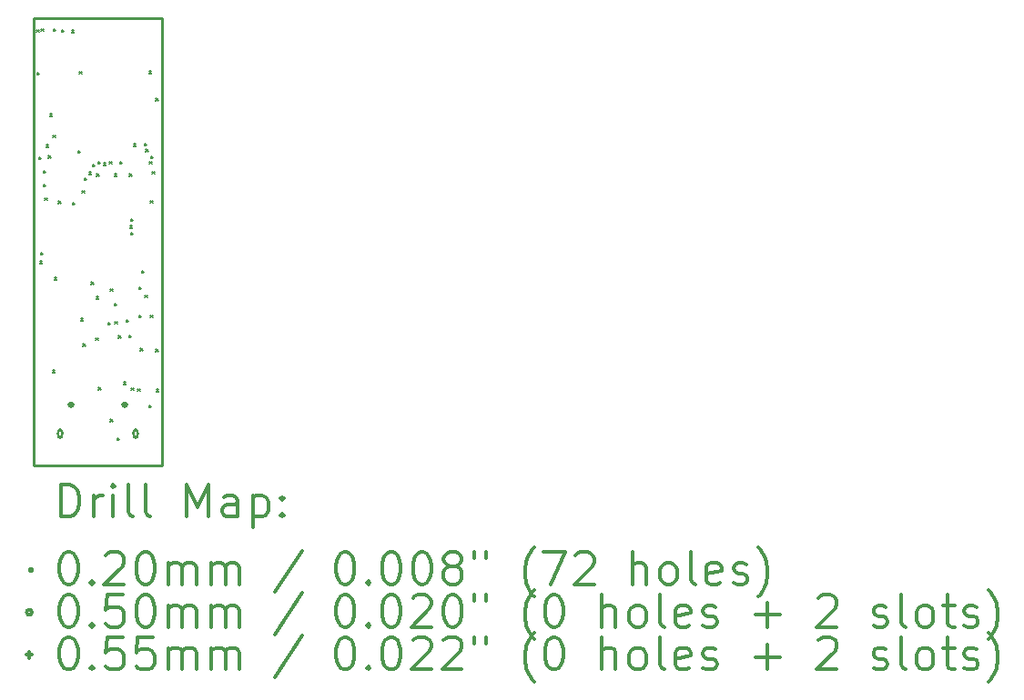
<source format=gbr>
%FSLAX45Y45*%
G04 Gerber Fmt 4.5, Leading zero omitted, Abs format (unit mm)*
G04 Created by KiCad (PCBNEW 4.0.5) date Wednesday, June 21, 2017 'AMt' 10:32:57 AM*
%MOMM*%
%LPD*%
G01*
G04 APERTURE LIST*
%ADD10C,0.127000*%
%ADD11C,0.254000*%
%ADD12C,0.200000*%
%ADD13C,0.300000*%
G04 APERTURE END LIST*
D10*
D11*
X13370000Y-6629400D02*
X13370000Y-10795000D01*
X14569544Y-6629400D02*
X13369544Y-6629400D01*
X14570000Y-10795000D02*
X14570000Y-6629400D01*
X13370000Y-10795000D02*
X14570000Y-10795000D01*
D12*
X13400532Y-6736588D02*
X13420852Y-6756908D01*
X13420852Y-6736588D02*
X13400532Y-6756908D01*
X13406628Y-7133844D02*
X13426948Y-7154164D01*
X13426948Y-7133844D02*
X13406628Y-7154164D01*
X13424916Y-7923784D02*
X13445236Y-7944104D01*
X13445236Y-7923784D02*
X13424916Y-7944104D01*
X13433044Y-8893556D02*
X13453364Y-8913876D01*
X13453364Y-8893556D02*
X13433044Y-8913876D01*
X13441680Y-8814308D02*
X13462000Y-8834628D01*
X13462000Y-8814308D02*
X13441680Y-8834628D01*
X13443712Y-6728968D02*
X13464032Y-6749288D01*
X13464032Y-6728968D02*
X13443712Y-6749288D01*
X13462508Y-8049260D02*
X13482828Y-8069580D01*
X13482828Y-8049260D02*
X13462508Y-8069580D01*
X13464540Y-8179308D02*
X13484860Y-8199628D01*
X13484860Y-8179308D02*
X13464540Y-8199628D01*
X13476732Y-8305800D02*
X13497052Y-8326120D01*
X13497052Y-8305800D02*
X13476732Y-8326120D01*
X13490448Y-7808468D02*
X13510768Y-7828788D01*
X13510768Y-7808468D02*
X13490448Y-7828788D01*
X13510768Y-7909560D02*
X13531088Y-7929880D01*
X13531088Y-7909560D02*
X13510768Y-7929880D01*
X13523468Y-7519924D02*
X13543788Y-7540244D01*
X13543788Y-7519924D02*
X13523468Y-7540244D01*
X13547090Y-9908540D02*
X13567410Y-9928860D01*
X13567410Y-9908540D02*
X13547090Y-9928860D01*
X13554964Y-7720584D02*
X13575284Y-7740904D01*
X13575284Y-7720584D02*
X13554964Y-7740904D01*
X13557504Y-6732016D02*
X13577824Y-6752336D01*
X13577824Y-6732016D02*
X13557504Y-6752336D01*
X13564616Y-9046972D02*
X13584936Y-9067292D01*
X13584936Y-9046972D02*
X13564616Y-9067292D01*
X13605256Y-8334756D02*
X13625576Y-8355076D01*
X13625576Y-8334756D02*
X13605256Y-8355076D01*
X13634720Y-6740144D02*
X13655040Y-6760464D01*
X13655040Y-6740144D02*
X13634720Y-6760464D01*
X13729208Y-6742684D02*
X13749528Y-6763004D01*
X13749528Y-6742684D02*
X13729208Y-6763004D01*
X13735812Y-8349488D02*
X13756132Y-8369808D01*
X13756132Y-8349488D02*
X13735812Y-8369808D01*
X13786612Y-7862824D02*
X13806932Y-7883144D01*
X13806932Y-7862824D02*
X13786612Y-7883144D01*
X13798804Y-7125716D02*
X13819124Y-7146036D01*
X13819124Y-7125716D02*
X13798804Y-7146036D01*
X13813536Y-9425432D02*
X13833856Y-9445752D01*
X13833856Y-9425432D02*
X13813536Y-9445752D01*
X13825220Y-8237220D02*
X13845540Y-8257540D01*
X13845540Y-8237220D02*
X13825220Y-8257540D01*
X13832840Y-9662668D02*
X13853160Y-9682988D01*
X13853160Y-9662668D02*
X13832840Y-9682988D01*
X13843508Y-8119364D02*
X13863828Y-8139684D01*
X13863828Y-8119364D02*
X13843508Y-8139684D01*
X13890244Y-8062976D02*
X13910564Y-8083296D01*
X13910564Y-8062976D02*
X13890244Y-8083296D01*
X13909040Y-9087104D02*
X13929360Y-9107424D01*
X13929360Y-9087104D02*
X13909040Y-9107424D01*
X13921740Y-7990840D02*
X13942060Y-8011160D01*
X13942060Y-7990840D02*
X13921740Y-8011160D01*
X13950188Y-9610852D02*
X13970508Y-9631172D01*
X13970508Y-9610852D02*
X13950188Y-9631172D01*
X13953490Y-9222740D02*
X13973810Y-9243060D01*
X13973810Y-9222740D02*
X13953490Y-9243060D01*
X13959840Y-8079740D02*
X13980160Y-8100060D01*
X13980160Y-8079740D02*
X13959840Y-8100060D01*
X13975080Y-7967980D02*
X13995400Y-7988300D01*
X13995400Y-7967980D02*
X13975080Y-7988300D01*
X13975588Y-10070084D02*
X13995908Y-10090404D01*
X13995908Y-10070084D02*
X13975588Y-10090404D01*
X14023340Y-7978140D02*
X14043660Y-7998460D01*
X14043660Y-7978140D02*
X14023340Y-7998460D01*
X14067244Y-9467027D02*
X14087564Y-9487347D01*
X14087564Y-9467027D02*
X14067244Y-9487347D01*
X14079220Y-7965440D02*
X14099540Y-7985760D01*
X14099540Y-7965440D02*
X14079220Y-7985760D01*
X14087107Y-9149347D02*
X14107427Y-9169667D01*
X14107427Y-9149347D02*
X14087107Y-9169667D01*
X14087348Y-10365232D02*
X14107668Y-10385552D01*
X14107668Y-10365232D02*
X14087348Y-10385552D01*
X14124500Y-9286240D02*
X14144820Y-9306560D01*
X14144820Y-9286240D02*
X14124500Y-9306560D01*
X14124940Y-8079740D02*
X14145260Y-8100060D01*
X14145260Y-8079740D02*
X14124940Y-8100060D01*
X14128496Y-9455404D02*
X14148816Y-9475724D01*
X14148816Y-9455404D02*
X14128496Y-9475724D01*
X14150340Y-10542016D02*
X14170660Y-10562336D01*
X14170660Y-10542016D02*
X14150340Y-10562336D01*
X14164056Y-9588500D02*
X14184376Y-9608820D01*
X14184376Y-9588500D02*
X14164056Y-9608820D01*
X14174724Y-7967980D02*
X14195044Y-7988300D01*
X14195044Y-7967980D02*
X14174724Y-7988300D01*
X14209268Y-10017760D02*
X14229588Y-10038080D01*
X14229588Y-10017760D02*
X14209268Y-10038080D01*
X14232890Y-9438640D02*
X14253210Y-9458960D01*
X14253210Y-9438640D02*
X14232890Y-9458960D01*
X14258290Y-9584690D02*
X14278610Y-9605010D01*
X14278610Y-9584690D02*
X14258290Y-9605010D01*
X14264640Y-8079740D02*
X14284960Y-8100060D01*
X14284960Y-8079740D02*
X14264640Y-8100060D01*
X14270990Y-8562340D02*
X14291310Y-8582660D01*
X14291310Y-8562340D02*
X14270990Y-8582660D01*
X14277340Y-8498840D02*
X14297660Y-8519160D01*
X14297660Y-8498840D02*
X14277340Y-8519160D01*
X14277340Y-8625840D02*
X14297660Y-8646160D01*
X14297660Y-8625840D02*
X14277340Y-8646160D01*
X14281404Y-10073640D02*
X14301724Y-10093960D01*
X14301724Y-10073640D02*
X14281404Y-10093960D01*
X14305280Y-7800848D02*
X14325600Y-7821168D01*
X14325600Y-7800848D02*
X14305280Y-7821168D01*
X14339824Y-10082276D02*
X14360144Y-10102596D01*
X14360144Y-10082276D02*
X14339824Y-10102596D01*
X14354556Y-9394952D02*
X14374876Y-9415272D01*
X14374876Y-9394952D02*
X14354556Y-9415272D01*
X14355572Y-9134856D02*
X14375892Y-9155176D01*
X14375892Y-9134856D02*
X14355572Y-9155176D01*
X14366240Y-9705848D02*
X14386560Y-9726168D01*
X14386560Y-9705848D02*
X14366240Y-9726168D01*
X14376908Y-8981440D02*
X14397228Y-9001760D01*
X14397228Y-8981440D02*
X14376908Y-9001760D01*
X14404340Y-7796784D02*
X14424660Y-7817104D01*
X14424660Y-7796784D02*
X14404340Y-7817104D01*
X14407387Y-9210040D02*
X14427707Y-9230360D01*
X14427707Y-9210040D02*
X14407387Y-9230360D01*
X14417040Y-7851140D02*
X14437360Y-7871460D01*
X14437360Y-7851140D02*
X14417040Y-7871460D01*
X14447012Y-7123176D02*
X14467332Y-7143496D01*
X14467332Y-7123176D02*
X14447012Y-7143496D01*
X14447012Y-10234676D02*
X14467332Y-10254996D01*
X14467332Y-10234676D02*
X14447012Y-10254996D01*
X14450568Y-7963916D02*
X14470888Y-7984236D01*
X14470888Y-7963916D02*
X14450568Y-7984236D01*
X14458188Y-9396476D02*
X14478508Y-9416796D01*
X14478508Y-9396476D02*
X14458188Y-9416796D01*
X14459712Y-8329676D02*
X14480032Y-8349996D01*
X14480032Y-8329676D02*
X14459712Y-8349996D01*
X14463268Y-7913116D02*
X14483588Y-7933436D01*
X14483588Y-7913116D02*
X14463268Y-7933436D01*
X14476984Y-8059420D02*
X14497304Y-8079740D01*
X14497304Y-8059420D02*
X14476984Y-8079740D01*
X14508988Y-7377684D02*
X14529308Y-7398004D01*
X14529308Y-7377684D02*
X14508988Y-7398004D01*
X14510512Y-9714992D02*
X14530832Y-9735312D01*
X14530832Y-9714992D02*
X14510512Y-9735312D01*
X14517116Y-10088372D02*
X14537436Y-10108692D01*
X14537436Y-10088372D02*
X14517116Y-10108692D01*
X13645000Y-10498200D02*
G75*
G03X13645000Y-10498200I-25000J0D01*
G01*
X13635000Y-10530700D02*
X13635000Y-10465700D01*
X13605000Y-10530700D02*
X13605000Y-10465700D01*
X13635000Y-10465700D02*
G75*
G03X13605000Y-10465700I-15000J0D01*
G01*
X13605000Y-10530700D02*
G75*
G03X13635000Y-10530700I15000J0D01*
G01*
X14345000Y-10498200D02*
G75*
G03X14345000Y-10498200I-25000J0D01*
G01*
X14335000Y-10530700D02*
X14335000Y-10465700D01*
X14305000Y-10530700D02*
X14305000Y-10465700D01*
X14335000Y-10465700D02*
G75*
G03X14305000Y-10465700I-15000J0D01*
G01*
X14305000Y-10530700D02*
G75*
G03X14335000Y-10530700I15000J0D01*
G01*
X13720000Y-10200700D02*
X13720000Y-10255700D01*
X13692500Y-10228200D02*
X13747500Y-10228200D01*
X13705000Y-10245700D02*
X13735000Y-10245700D01*
X13705000Y-10210700D02*
X13735000Y-10210700D01*
X13735000Y-10245700D02*
G75*
G03X13735000Y-10210700I0J17500D01*
G01*
X13705000Y-10210700D02*
G75*
G03X13705000Y-10245700I0J-17500D01*
G01*
X14220000Y-10200700D02*
X14220000Y-10255700D01*
X14192500Y-10228200D02*
X14247500Y-10228200D01*
X14205000Y-10245700D02*
X14235000Y-10245700D01*
X14205000Y-10210700D02*
X14235000Y-10210700D01*
X14235000Y-10245700D02*
G75*
G03X14235000Y-10210700I0J17500D01*
G01*
X14205000Y-10210700D02*
G75*
G03X14205000Y-10245700I0J-17500D01*
G01*
D13*
X13628272Y-11273414D02*
X13628272Y-10973414D01*
X13699701Y-10973414D01*
X13742558Y-10987700D01*
X13771130Y-11016272D01*
X13785415Y-11044843D01*
X13799701Y-11101986D01*
X13799701Y-11144843D01*
X13785415Y-11201986D01*
X13771130Y-11230557D01*
X13742558Y-11259129D01*
X13699701Y-11273414D01*
X13628272Y-11273414D01*
X13928272Y-11273414D02*
X13928272Y-11073414D01*
X13928272Y-11130557D02*
X13942558Y-11101986D01*
X13956844Y-11087700D01*
X13985415Y-11073414D01*
X14013987Y-11073414D01*
X14113987Y-11273414D02*
X14113987Y-11073414D01*
X14113987Y-10973414D02*
X14099701Y-10987700D01*
X14113987Y-11001986D01*
X14128272Y-10987700D01*
X14113987Y-10973414D01*
X14113987Y-11001986D01*
X14299701Y-11273414D02*
X14271130Y-11259129D01*
X14256844Y-11230557D01*
X14256844Y-10973414D01*
X14456844Y-11273414D02*
X14428272Y-11259129D01*
X14413987Y-11230557D01*
X14413987Y-10973414D01*
X14799701Y-11273414D02*
X14799701Y-10973414D01*
X14899701Y-11187700D01*
X14999701Y-10973414D01*
X14999701Y-11273414D01*
X15271130Y-11273414D02*
X15271130Y-11116272D01*
X15256844Y-11087700D01*
X15228272Y-11073414D01*
X15171130Y-11073414D01*
X15142558Y-11087700D01*
X15271130Y-11259129D02*
X15242558Y-11273414D01*
X15171130Y-11273414D01*
X15142558Y-11259129D01*
X15128272Y-11230557D01*
X15128272Y-11201986D01*
X15142558Y-11173414D01*
X15171130Y-11159129D01*
X15242558Y-11159129D01*
X15271130Y-11144843D01*
X15413987Y-11073414D02*
X15413987Y-11373414D01*
X15413987Y-11087700D02*
X15442558Y-11073414D01*
X15499701Y-11073414D01*
X15528272Y-11087700D01*
X15542558Y-11101986D01*
X15556844Y-11130557D01*
X15556844Y-11216271D01*
X15542558Y-11244843D01*
X15528272Y-11259129D01*
X15499701Y-11273414D01*
X15442558Y-11273414D01*
X15413987Y-11259129D01*
X15685415Y-11244843D02*
X15699701Y-11259129D01*
X15685415Y-11273414D01*
X15671130Y-11259129D01*
X15685415Y-11244843D01*
X15685415Y-11273414D01*
X15685415Y-11087700D02*
X15699701Y-11101986D01*
X15685415Y-11116272D01*
X15671130Y-11101986D01*
X15685415Y-11087700D01*
X15685415Y-11116272D01*
X13336524Y-11757540D02*
X13356844Y-11777860D01*
X13356844Y-11757540D02*
X13336524Y-11777860D01*
X13685415Y-11603414D02*
X13713987Y-11603414D01*
X13742558Y-11617700D01*
X13756844Y-11631986D01*
X13771130Y-11660557D01*
X13785415Y-11717700D01*
X13785415Y-11789129D01*
X13771130Y-11846271D01*
X13756844Y-11874843D01*
X13742558Y-11889129D01*
X13713987Y-11903414D01*
X13685415Y-11903414D01*
X13656844Y-11889129D01*
X13642558Y-11874843D01*
X13628272Y-11846271D01*
X13613987Y-11789129D01*
X13613987Y-11717700D01*
X13628272Y-11660557D01*
X13642558Y-11631986D01*
X13656844Y-11617700D01*
X13685415Y-11603414D01*
X13913987Y-11874843D02*
X13928272Y-11889129D01*
X13913987Y-11903414D01*
X13899701Y-11889129D01*
X13913987Y-11874843D01*
X13913987Y-11903414D01*
X14042558Y-11631986D02*
X14056844Y-11617700D01*
X14085415Y-11603414D01*
X14156844Y-11603414D01*
X14185415Y-11617700D01*
X14199701Y-11631986D01*
X14213987Y-11660557D01*
X14213987Y-11689129D01*
X14199701Y-11731986D01*
X14028272Y-11903414D01*
X14213987Y-11903414D01*
X14399701Y-11603414D02*
X14428272Y-11603414D01*
X14456844Y-11617700D01*
X14471130Y-11631986D01*
X14485415Y-11660557D01*
X14499701Y-11717700D01*
X14499701Y-11789129D01*
X14485415Y-11846271D01*
X14471130Y-11874843D01*
X14456844Y-11889129D01*
X14428272Y-11903414D01*
X14399701Y-11903414D01*
X14371130Y-11889129D01*
X14356844Y-11874843D01*
X14342558Y-11846271D01*
X14328272Y-11789129D01*
X14328272Y-11717700D01*
X14342558Y-11660557D01*
X14356844Y-11631986D01*
X14371130Y-11617700D01*
X14399701Y-11603414D01*
X14628272Y-11903414D02*
X14628272Y-11703414D01*
X14628272Y-11731986D02*
X14642558Y-11717700D01*
X14671130Y-11703414D01*
X14713987Y-11703414D01*
X14742558Y-11717700D01*
X14756844Y-11746271D01*
X14756844Y-11903414D01*
X14756844Y-11746271D02*
X14771130Y-11717700D01*
X14799701Y-11703414D01*
X14842558Y-11703414D01*
X14871130Y-11717700D01*
X14885415Y-11746271D01*
X14885415Y-11903414D01*
X15028272Y-11903414D02*
X15028272Y-11703414D01*
X15028272Y-11731986D02*
X15042558Y-11717700D01*
X15071130Y-11703414D01*
X15113987Y-11703414D01*
X15142558Y-11717700D01*
X15156844Y-11746271D01*
X15156844Y-11903414D01*
X15156844Y-11746271D02*
X15171130Y-11717700D01*
X15199701Y-11703414D01*
X15242558Y-11703414D01*
X15271130Y-11717700D01*
X15285415Y-11746271D01*
X15285415Y-11903414D01*
X15871130Y-11589129D02*
X15613987Y-11974843D01*
X16256844Y-11603414D02*
X16285415Y-11603414D01*
X16313987Y-11617700D01*
X16328272Y-11631986D01*
X16342558Y-11660557D01*
X16356844Y-11717700D01*
X16356844Y-11789129D01*
X16342558Y-11846271D01*
X16328272Y-11874843D01*
X16313987Y-11889129D01*
X16285415Y-11903414D01*
X16256844Y-11903414D01*
X16228272Y-11889129D01*
X16213987Y-11874843D01*
X16199701Y-11846271D01*
X16185415Y-11789129D01*
X16185415Y-11717700D01*
X16199701Y-11660557D01*
X16213987Y-11631986D01*
X16228272Y-11617700D01*
X16256844Y-11603414D01*
X16485415Y-11874843D02*
X16499701Y-11889129D01*
X16485415Y-11903414D01*
X16471130Y-11889129D01*
X16485415Y-11874843D01*
X16485415Y-11903414D01*
X16685415Y-11603414D02*
X16713987Y-11603414D01*
X16742558Y-11617700D01*
X16756844Y-11631986D01*
X16771129Y-11660557D01*
X16785415Y-11717700D01*
X16785415Y-11789129D01*
X16771129Y-11846271D01*
X16756844Y-11874843D01*
X16742558Y-11889129D01*
X16713987Y-11903414D01*
X16685415Y-11903414D01*
X16656844Y-11889129D01*
X16642558Y-11874843D01*
X16628272Y-11846271D01*
X16613987Y-11789129D01*
X16613987Y-11717700D01*
X16628272Y-11660557D01*
X16642558Y-11631986D01*
X16656844Y-11617700D01*
X16685415Y-11603414D01*
X16971130Y-11603414D02*
X16999701Y-11603414D01*
X17028272Y-11617700D01*
X17042558Y-11631986D01*
X17056844Y-11660557D01*
X17071130Y-11717700D01*
X17071130Y-11789129D01*
X17056844Y-11846271D01*
X17042558Y-11874843D01*
X17028272Y-11889129D01*
X16999701Y-11903414D01*
X16971130Y-11903414D01*
X16942558Y-11889129D01*
X16928272Y-11874843D01*
X16913987Y-11846271D01*
X16899701Y-11789129D01*
X16899701Y-11717700D01*
X16913987Y-11660557D01*
X16928272Y-11631986D01*
X16942558Y-11617700D01*
X16971130Y-11603414D01*
X17242558Y-11731986D02*
X17213987Y-11717700D01*
X17199701Y-11703414D01*
X17185415Y-11674843D01*
X17185415Y-11660557D01*
X17199701Y-11631986D01*
X17213987Y-11617700D01*
X17242558Y-11603414D01*
X17299701Y-11603414D01*
X17328272Y-11617700D01*
X17342558Y-11631986D01*
X17356844Y-11660557D01*
X17356844Y-11674843D01*
X17342558Y-11703414D01*
X17328272Y-11717700D01*
X17299701Y-11731986D01*
X17242558Y-11731986D01*
X17213987Y-11746271D01*
X17199701Y-11760557D01*
X17185415Y-11789129D01*
X17185415Y-11846271D01*
X17199701Y-11874843D01*
X17213987Y-11889129D01*
X17242558Y-11903414D01*
X17299701Y-11903414D01*
X17328272Y-11889129D01*
X17342558Y-11874843D01*
X17356844Y-11846271D01*
X17356844Y-11789129D01*
X17342558Y-11760557D01*
X17328272Y-11746271D01*
X17299701Y-11731986D01*
X17471130Y-11603414D02*
X17471130Y-11660557D01*
X17585415Y-11603414D02*
X17585415Y-11660557D01*
X18028272Y-12017700D02*
X18013987Y-12003414D01*
X17985415Y-11960557D01*
X17971130Y-11931986D01*
X17956844Y-11889129D01*
X17942558Y-11817700D01*
X17942558Y-11760557D01*
X17956844Y-11689129D01*
X17971130Y-11646271D01*
X17985415Y-11617700D01*
X18013987Y-11574843D01*
X18028272Y-11560557D01*
X18113987Y-11603414D02*
X18313987Y-11603414D01*
X18185415Y-11903414D01*
X18413987Y-11631986D02*
X18428272Y-11617700D01*
X18456844Y-11603414D01*
X18528272Y-11603414D01*
X18556844Y-11617700D01*
X18571130Y-11631986D01*
X18585415Y-11660557D01*
X18585415Y-11689129D01*
X18571130Y-11731986D01*
X18399701Y-11903414D01*
X18585415Y-11903414D01*
X18942558Y-11903414D02*
X18942558Y-11603414D01*
X19071130Y-11903414D02*
X19071130Y-11746271D01*
X19056844Y-11717700D01*
X19028272Y-11703414D01*
X18985415Y-11703414D01*
X18956844Y-11717700D01*
X18942558Y-11731986D01*
X19256844Y-11903414D02*
X19228272Y-11889129D01*
X19213987Y-11874843D01*
X19199701Y-11846271D01*
X19199701Y-11760557D01*
X19213987Y-11731986D01*
X19228272Y-11717700D01*
X19256844Y-11703414D01*
X19299701Y-11703414D01*
X19328272Y-11717700D01*
X19342558Y-11731986D01*
X19356844Y-11760557D01*
X19356844Y-11846271D01*
X19342558Y-11874843D01*
X19328272Y-11889129D01*
X19299701Y-11903414D01*
X19256844Y-11903414D01*
X19528272Y-11903414D02*
X19499701Y-11889129D01*
X19485415Y-11860557D01*
X19485415Y-11603414D01*
X19756844Y-11889129D02*
X19728273Y-11903414D01*
X19671130Y-11903414D01*
X19642558Y-11889129D01*
X19628273Y-11860557D01*
X19628273Y-11746271D01*
X19642558Y-11717700D01*
X19671130Y-11703414D01*
X19728273Y-11703414D01*
X19756844Y-11717700D01*
X19771130Y-11746271D01*
X19771130Y-11774843D01*
X19628273Y-11803414D01*
X19885415Y-11889129D02*
X19913987Y-11903414D01*
X19971130Y-11903414D01*
X19999701Y-11889129D01*
X20013987Y-11860557D01*
X20013987Y-11846271D01*
X19999701Y-11817700D01*
X19971130Y-11803414D01*
X19928273Y-11803414D01*
X19899701Y-11789129D01*
X19885415Y-11760557D01*
X19885415Y-11746271D01*
X19899701Y-11717700D01*
X19928273Y-11703414D01*
X19971130Y-11703414D01*
X19999701Y-11717700D01*
X20113987Y-12017700D02*
X20128273Y-12003414D01*
X20156844Y-11960557D01*
X20171130Y-11931986D01*
X20185415Y-11889129D01*
X20199701Y-11817700D01*
X20199701Y-11760557D01*
X20185415Y-11689129D01*
X20171130Y-11646271D01*
X20156844Y-11617700D01*
X20128273Y-11574843D01*
X20113987Y-11560557D01*
X13356844Y-12163700D02*
G75*
G03X13356844Y-12163700I-25000J0D01*
G01*
X13685415Y-11999414D02*
X13713987Y-11999414D01*
X13742558Y-12013700D01*
X13756844Y-12027986D01*
X13771130Y-12056557D01*
X13785415Y-12113700D01*
X13785415Y-12185129D01*
X13771130Y-12242271D01*
X13756844Y-12270843D01*
X13742558Y-12285129D01*
X13713987Y-12299414D01*
X13685415Y-12299414D01*
X13656844Y-12285129D01*
X13642558Y-12270843D01*
X13628272Y-12242271D01*
X13613987Y-12185129D01*
X13613987Y-12113700D01*
X13628272Y-12056557D01*
X13642558Y-12027986D01*
X13656844Y-12013700D01*
X13685415Y-11999414D01*
X13913987Y-12270843D02*
X13928272Y-12285129D01*
X13913987Y-12299414D01*
X13899701Y-12285129D01*
X13913987Y-12270843D01*
X13913987Y-12299414D01*
X14199701Y-11999414D02*
X14056844Y-11999414D01*
X14042558Y-12142271D01*
X14056844Y-12127986D01*
X14085415Y-12113700D01*
X14156844Y-12113700D01*
X14185415Y-12127986D01*
X14199701Y-12142271D01*
X14213987Y-12170843D01*
X14213987Y-12242271D01*
X14199701Y-12270843D01*
X14185415Y-12285129D01*
X14156844Y-12299414D01*
X14085415Y-12299414D01*
X14056844Y-12285129D01*
X14042558Y-12270843D01*
X14399701Y-11999414D02*
X14428272Y-11999414D01*
X14456844Y-12013700D01*
X14471130Y-12027986D01*
X14485415Y-12056557D01*
X14499701Y-12113700D01*
X14499701Y-12185129D01*
X14485415Y-12242271D01*
X14471130Y-12270843D01*
X14456844Y-12285129D01*
X14428272Y-12299414D01*
X14399701Y-12299414D01*
X14371130Y-12285129D01*
X14356844Y-12270843D01*
X14342558Y-12242271D01*
X14328272Y-12185129D01*
X14328272Y-12113700D01*
X14342558Y-12056557D01*
X14356844Y-12027986D01*
X14371130Y-12013700D01*
X14399701Y-11999414D01*
X14628272Y-12299414D02*
X14628272Y-12099414D01*
X14628272Y-12127986D02*
X14642558Y-12113700D01*
X14671130Y-12099414D01*
X14713987Y-12099414D01*
X14742558Y-12113700D01*
X14756844Y-12142271D01*
X14756844Y-12299414D01*
X14756844Y-12142271D02*
X14771130Y-12113700D01*
X14799701Y-12099414D01*
X14842558Y-12099414D01*
X14871130Y-12113700D01*
X14885415Y-12142271D01*
X14885415Y-12299414D01*
X15028272Y-12299414D02*
X15028272Y-12099414D01*
X15028272Y-12127986D02*
X15042558Y-12113700D01*
X15071130Y-12099414D01*
X15113987Y-12099414D01*
X15142558Y-12113700D01*
X15156844Y-12142271D01*
X15156844Y-12299414D01*
X15156844Y-12142271D02*
X15171130Y-12113700D01*
X15199701Y-12099414D01*
X15242558Y-12099414D01*
X15271130Y-12113700D01*
X15285415Y-12142271D01*
X15285415Y-12299414D01*
X15871130Y-11985129D02*
X15613987Y-12370843D01*
X16256844Y-11999414D02*
X16285415Y-11999414D01*
X16313987Y-12013700D01*
X16328272Y-12027986D01*
X16342558Y-12056557D01*
X16356844Y-12113700D01*
X16356844Y-12185129D01*
X16342558Y-12242271D01*
X16328272Y-12270843D01*
X16313987Y-12285129D01*
X16285415Y-12299414D01*
X16256844Y-12299414D01*
X16228272Y-12285129D01*
X16213987Y-12270843D01*
X16199701Y-12242271D01*
X16185415Y-12185129D01*
X16185415Y-12113700D01*
X16199701Y-12056557D01*
X16213987Y-12027986D01*
X16228272Y-12013700D01*
X16256844Y-11999414D01*
X16485415Y-12270843D02*
X16499701Y-12285129D01*
X16485415Y-12299414D01*
X16471130Y-12285129D01*
X16485415Y-12270843D01*
X16485415Y-12299414D01*
X16685415Y-11999414D02*
X16713987Y-11999414D01*
X16742558Y-12013700D01*
X16756844Y-12027986D01*
X16771129Y-12056557D01*
X16785415Y-12113700D01*
X16785415Y-12185129D01*
X16771129Y-12242271D01*
X16756844Y-12270843D01*
X16742558Y-12285129D01*
X16713987Y-12299414D01*
X16685415Y-12299414D01*
X16656844Y-12285129D01*
X16642558Y-12270843D01*
X16628272Y-12242271D01*
X16613987Y-12185129D01*
X16613987Y-12113700D01*
X16628272Y-12056557D01*
X16642558Y-12027986D01*
X16656844Y-12013700D01*
X16685415Y-11999414D01*
X16899701Y-12027986D02*
X16913987Y-12013700D01*
X16942558Y-11999414D01*
X17013987Y-11999414D01*
X17042558Y-12013700D01*
X17056844Y-12027986D01*
X17071130Y-12056557D01*
X17071130Y-12085129D01*
X17056844Y-12127986D01*
X16885415Y-12299414D01*
X17071130Y-12299414D01*
X17256844Y-11999414D02*
X17285415Y-11999414D01*
X17313987Y-12013700D01*
X17328272Y-12027986D01*
X17342558Y-12056557D01*
X17356844Y-12113700D01*
X17356844Y-12185129D01*
X17342558Y-12242271D01*
X17328272Y-12270843D01*
X17313987Y-12285129D01*
X17285415Y-12299414D01*
X17256844Y-12299414D01*
X17228272Y-12285129D01*
X17213987Y-12270843D01*
X17199701Y-12242271D01*
X17185415Y-12185129D01*
X17185415Y-12113700D01*
X17199701Y-12056557D01*
X17213987Y-12027986D01*
X17228272Y-12013700D01*
X17256844Y-11999414D01*
X17471130Y-11999414D02*
X17471130Y-12056557D01*
X17585415Y-11999414D02*
X17585415Y-12056557D01*
X18028272Y-12413700D02*
X18013987Y-12399414D01*
X17985415Y-12356557D01*
X17971130Y-12327986D01*
X17956844Y-12285129D01*
X17942558Y-12213700D01*
X17942558Y-12156557D01*
X17956844Y-12085129D01*
X17971130Y-12042271D01*
X17985415Y-12013700D01*
X18013987Y-11970843D01*
X18028272Y-11956557D01*
X18199701Y-11999414D02*
X18228272Y-11999414D01*
X18256844Y-12013700D01*
X18271130Y-12027986D01*
X18285415Y-12056557D01*
X18299701Y-12113700D01*
X18299701Y-12185129D01*
X18285415Y-12242271D01*
X18271130Y-12270843D01*
X18256844Y-12285129D01*
X18228272Y-12299414D01*
X18199701Y-12299414D01*
X18171130Y-12285129D01*
X18156844Y-12270843D01*
X18142558Y-12242271D01*
X18128272Y-12185129D01*
X18128272Y-12113700D01*
X18142558Y-12056557D01*
X18156844Y-12027986D01*
X18171130Y-12013700D01*
X18199701Y-11999414D01*
X18656844Y-12299414D02*
X18656844Y-11999414D01*
X18785415Y-12299414D02*
X18785415Y-12142271D01*
X18771130Y-12113700D01*
X18742558Y-12099414D01*
X18699701Y-12099414D01*
X18671130Y-12113700D01*
X18656844Y-12127986D01*
X18971130Y-12299414D02*
X18942558Y-12285129D01*
X18928272Y-12270843D01*
X18913987Y-12242271D01*
X18913987Y-12156557D01*
X18928272Y-12127986D01*
X18942558Y-12113700D01*
X18971130Y-12099414D01*
X19013987Y-12099414D01*
X19042558Y-12113700D01*
X19056844Y-12127986D01*
X19071130Y-12156557D01*
X19071130Y-12242271D01*
X19056844Y-12270843D01*
X19042558Y-12285129D01*
X19013987Y-12299414D01*
X18971130Y-12299414D01*
X19242558Y-12299414D02*
X19213987Y-12285129D01*
X19199701Y-12256557D01*
X19199701Y-11999414D01*
X19471130Y-12285129D02*
X19442558Y-12299414D01*
X19385415Y-12299414D01*
X19356844Y-12285129D01*
X19342558Y-12256557D01*
X19342558Y-12142271D01*
X19356844Y-12113700D01*
X19385415Y-12099414D01*
X19442558Y-12099414D01*
X19471130Y-12113700D01*
X19485415Y-12142271D01*
X19485415Y-12170843D01*
X19342558Y-12199414D01*
X19599701Y-12285129D02*
X19628273Y-12299414D01*
X19685415Y-12299414D01*
X19713987Y-12285129D01*
X19728273Y-12256557D01*
X19728273Y-12242271D01*
X19713987Y-12213700D01*
X19685415Y-12199414D01*
X19642558Y-12199414D01*
X19613987Y-12185129D01*
X19599701Y-12156557D01*
X19599701Y-12142271D01*
X19613987Y-12113700D01*
X19642558Y-12099414D01*
X19685415Y-12099414D01*
X19713987Y-12113700D01*
X20085415Y-12185129D02*
X20313987Y-12185129D01*
X20199701Y-12299414D02*
X20199701Y-12070843D01*
X20671130Y-12027986D02*
X20685415Y-12013700D01*
X20713987Y-11999414D01*
X20785415Y-11999414D01*
X20813987Y-12013700D01*
X20828272Y-12027986D01*
X20842558Y-12056557D01*
X20842558Y-12085129D01*
X20828272Y-12127986D01*
X20656844Y-12299414D01*
X20842558Y-12299414D01*
X21185415Y-12285129D02*
X21213987Y-12299414D01*
X21271130Y-12299414D01*
X21299701Y-12285129D01*
X21313987Y-12256557D01*
X21313987Y-12242271D01*
X21299701Y-12213700D01*
X21271130Y-12199414D01*
X21228272Y-12199414D01*
X21199701Y-12185129D01*
X21185415Y-12156557D01*
X21185415Y-12142271D01*
X21199701Y-12113700D01*
X21228272Y-12099414D01*
X21271130Y-12099414D01*
X21299701Y-12113700D01*
X21485415Y-12299414D02*
X21456844Y-12285129D01*
X21442558Y-12256557D01*
X21442558Y-11999414D01*
X21642558Y-12299414D02*
X21613987Y-12285129D01*
X21599701Y-12270843D01*
X21585415Y-12242271D01*
X21585415Y-12156557D01*
X21599701Y-12127986D01*
X21613987Y-12113700D01*
X21642558Y-12099414D01*
X21685415Y-12099414D01*
X21713987Y-12113700D01*
X21728272Y-12127986D01*
X21742558Y-12156557D01*
X21742558Y-12242271D01*
X21728272Y-12270843D01*
X21713987Y-12285129D01*
X21685415Y-12299414D01*
X21642558Y-12299414D01*
X21828272Y-12099414D02*
X21942558Y-12099414D01*
X21871130Y-11999414D02*
X21871130Y-12256557D01*
X21885415Y-12285129D01*
X21913987Y-12299414D01*
X21942558Y-12299414D01*
X22028273Y-12285129D02*
X22056844Y-12299414D01*
X22113987Y-12299414D01*
X22142558Y-12285129D01*
X22156844Y-12256557D01*
X22156844Y-12242271D01*
X22142558Y-12213700D01*
X22113987Y-12199414D01*
X22071130Y-12199414D01*
X22042558Y-12185129D01*
X22028273Y-12156557D01*
X22028273Y-12142271D01*
X22042558Y-12113700D01*
X22071130Y-12099414D01*
X22113987Y-12099414D01*
X22142558Y-12113700D01*
X22256844Y-12413700D02*
X22271130Y-12399414D01*
X22299701Y-12356557D01*
X22313987Y-12327986D01*
X22328272Y-12285129D01*
X22342558Y-12213700D01*
X22342558Y-12156557D01*
X22328272Y-12085129D01*
X22313987Y-12042271D01*
X22299701Y-12013700D01*
X22271130Y-11970843D01*
X22256844Y-11956557D01*
X13329344Y-12532200D02*
X13329344Y-12587200D01*
X13301844Y-12559700D02*
X13356844Y-12559700D01*
X13685415Y-12395414D02*
X13713987Y-12395414D01*
X13742558Y-12409700D01*
X13756844Y-12423986D01*
X13771130Y-12452557D01*
X13785415Y-12509700D01*
X13785415Y-12581129D01*
X13771130Y-12638271D01*
X13756844Y-12666843D01*
X13742558Y-12681129D01*
X13713987Y-12695414D01*
X13685415Y-12695414D01*
X13656844Y-12681129D01*
X13642558Y-12666843D01*
X13628272Y-12638271D01*
X13613987Y-12581129D01*
X13613987Y-12509700D01*
X13628272Y-12452557D01*
X13642558Y-12423986D01*
X13656844Y-12409700D01*
X13685415Y-12395414D01*
X13913987Y-12666843D02*
X13928272Y-12681129D01*
X13913987Y-12695414D01*
X13899701Y-12681129D01*
X13913987Y-12666843D01*
X13913987Y-12695414D01*
X14199701Y-12395414D02*
X14056844Y-12395414D01*
X14042558Y-12538271D01*
X14056844Y-12523986D01*
X14085415Y-12509700D01*
X14156844Y-12509700D01*
X14185415Y-12523986D01*
X14199701Y-12538271D01*
X14213987Y-12566843D01*
X14213987Y-12638271D01*
X14199701Y-12666843D01*
X14185415Y-12681129D01*
X14156844Y-12695414D01*
X14085415Y-12695414D01*
X14056844Y-12681129D01*
X14042558Y-12666843D01*
X14485415Y-12395414D02*
X14342558Y-12395414D01*
X14328272Y-12538271D01*
X14342558Y-12523986D01*
X14371130Y-12509700D01*
X14442558Y-12509700D01*
X14471130Y-12523986D01*
X14485415Y-12538271D01*
X14499701Y-12566843D01*
X14499701Y-12638271D01*
X14485415Y-12666843D01*
X14471130Y-12681129D01*
X14442558Y-12695414D01*
X14371130Y-12695414D01*
X14342558Y-12681129D01*
X14328272Y-12666843D01*
X14628272Y-12695414D02*
X14628272Y-12495414D01*
X14628272Y-12523986D02*
X14642558Y-12509700D01*
X14671130Y-12495414D01*
X14713987Y-12495414D01*
X14742558Y-12509700D01*
X14756844Y-12538271D01*
X14756844Y-12695414D01*
X14756844Y-12538271D02*
X14771130Y-12509700D01*
X14799701Y-12495414D01*
X14842558Y-12495414D01*
X14871130Y-12509700D01*
X14885415Y-12538271D01*
X14885415Y-12695414D01*
X15028272Y-12695414D02*
X15028272Y-12495414D01*
X15028272Y-12523986D02*
X15042558Y-12509700D01*
X15071130Y-12495414D01*
X15113987Y-12495414D01*
X15142558Y-12509700D01*
X15156844Y-12538271D01*
X15156844Y-12695414D01*
X15156844Y-12538271D02*
X15171130Y-12509700D01*
X15199701Y-12495414D01*
X15242558Y-12495414D01*
X15271130Y-12509700D01*
X15285415Y-12538271D01*
X15285415Y-12695414D01*
X15871130Y-12381129D02*
X15613987Y-12766843D01*
X16256844Y-12395414D02*
X16285415Y-12395414D01*
X16313987Y-12409700D01*
X16328272Y-12423986D01*
X16342558Y-12452557D01*
X16356844Y-12509700D01*
X16356844Y-12581129D01*
X16342558Y-12638271D01*
X16328272Y-12666843D01*
X16313987Y-12681129D01*
X16285415Y-12695414D01*
X16256844Y-12695414D01*
X16228272Y-12681129D01*
X16213987Y-12666843D01*
X16199701Y-12638271D01*
X16185415Y-12581129D01*
X16185415Y-12509700D01*
X16199701Y-12452557D01*
X16213987Y-12423986D01*
X16228272Y-12409700D01*
X16256844Y-12395414D01*
X16485415Y-12666843D02*
X16499701Y-12681129D01*
X16485415Y-12695414D01*
X16471130Y-12681129D01*
X16485415Y-12666843D01*
X16485415Y-12695414D01*
X16685415Y-12395414D02*
X16713987Y-12395414D01*
X16742558Y-12409700D01*
X16756844Y-12423986D01*
X16771129Y-12452557D01*
X16785415Y-12509700D01*
X16785415Y-12581129D01*
X16771129Y-12638271D01*
X16756844Y-12666843D01*
X16742558Y-12681129D01*
X16713987Y-12695414D01*
X16685415Y-12695414D01*
X16656844Y-12681129D01*
X16642558Y-12666843D01*
X16628272Y-12638271D01*
X16613987Y-12581129D01*
X16613987Y-12509700D01*
X16628272Y-12452557D01*
X16642558Y-12423986D01*
X16656844Y-12409700D01*
X16685415Y-12395414D01*
X16899701Y-12423986D02*
X16913987Y-12409700D01*
X16942558Y-12395414D01*
X17013987Y-12395414D01*
X17042558Y-12409700D01*
X17056844Y-12423986D01*
X17071130Y-12452557D01*
X17071130Y-12481129D01*
X17056844Y-12523986D01*
X16885415Y-12695414D01*
X17071130Y-12695414D01*
X17185415Y-12423986D02*
X17199701Y-12409700D01*
X17228272Y-12395414D01*
X17299701Y-12395414D01*
X17328272Y-12409700D01*
X17342558Y-12423986D01*
X17356844Y-12452557D01*
X17356844Y-12481129D01*
X17342558Y-12523986D01*
X17171130Y-12695414D01*
X17356844Y-12695414D01*
X17471130Y-12395414D02*
X17471130Y-12452557D01*
X17585415Y-12395414D02*
X17585415Y-12452557D01*
X18028272Y-12809700D02*
X18013987Y-12795414D01*
X17985415Y-12752557D01*
X17971130Y-12723986D01*
X17956844Y-12681129D01*
X17942558Y-12609700D01*
X17942558Y-12552557D01*
X17956844Y-12481129D01*
X17971130Y-12438271D01*
X17985415Y-12409700D01*
X18013987Y-12366843D01*
X18028272Y-12352557D01*
X18199701Y-12395414D02*
X18228272Y-12395414D01*
X18256844Y-12409700D01*
X18271130Y-12423986D01*
X18285415Y-12452557D01*
X18299701Y-12509700D01*
X18299701Y-12581129D01*
X18285415Y-12638271D01*
X18271130Y-12666843D01*
X18256844Y-12681129D01*
X18228272Y-12695414D01*
X18199701Y-12695414D01*
X18171130Y-12681129D01*
X18156844Y-12666843D01*
X18142558Y-12638271D01*
X18128272Y-12581129D01*
X18128272Y-12509700D01*
X18142558Y-12452557D01*
X18156844Y-12423986D01*
X18171130Y-12409700D01*
X18199701Y-12395414D01*
X18656844Y-12695414D02*
X18656844Y-12395414D01*
X18785415Y-12695414D02*
X18785415Y-12538271D01*
X18771130Y-12509700D01*
X18742558Y-12495414D01*
X18699701Y-12495414D01*
X18671130Y-12509700D01*
X18656844Y-12523986D01*
X18971130Y-12695414D02*
X18942558Y-12681129D01*
X18928272Y-12666843D01*
X18913987Y-12638271D01*
X18913987Y-12552557D01*
X18928272Y-12523986D01*
X18942558Y-12509700D01*
X18971130Y-12495414D01*
X19013987Y-12495414D01*
X19042558Y-12509700D01*
X19056844Y-12523986D01*
X19071130Y-12552557D01*
X19071130Y-12638271D01*
X19056844Y-12666843D01*
X19042558Y-12681129D01*
X19013987Y-12695414D01*
X18971130Y-12695414D01*
X19242558Y-12695414D02*
X19213987Y-12681129D01*
X19199701Y-12652557D01*
X19199701Y-12395414D01*
X19471130Y-12681129D02*
X19442558Y-12695414D01*
X19385415Y-12695414D01*
X19356844Y-12681129D01*
X19342558Y-12652557D01*
X19342558Y-12538271D01*
X19356844Y-12509700D01*
X19385415Y-12495414D01*
X19442558Y-12495414D01*
X19471130Y-12509700D01*
X19485415Y-12538271D01*
X19485415Y-12566843D01*
X19342558Y-12595414D01*
X19599701Y-12681129D02*
X19628273Y-12695414D01*
X19685415Y-12695414D01*
X19713987Y-12681129D01*
X19728273Y-12652557D01*
X19728273Y-12638271D01*
X19713987Y-12609700D01*
X19685415Y-12595414D01*
X19642558Y-12595414D01*
X19613987Y-12581129D01*
X19599701Y-12552557D01*
X19599701Y-12538271D01*
X19613987Y-12509700D01*
X19642558Y-12495414D01*
X19685415Y-12495414D01*
X19713987Y-12509700D01*
X20085415Y-12581129D02*
X20313987Y-12581129D01*
X20199701Y-12695414D02*
X20199701Y-12466843D01*
X20671130Y-12423986D02*
X20685415Y-12409700D01*
X20713987Y-12395414D01*
X20785415Y-12395414D01*
X20813987Y-12409700D01*
X20828272Y-12423986D01*
X20842558Y-12452557D01*
X20842558Y-12481129D01*
X20828272Y-12523986D01*
X20656844Y-12695414D01*
X20842558Y-12695414D01*
X21185415Y-12681129D02*
X21213987Y-12695414D01*
X21271130Y-12695414D01*
X21299701Y-12681129D01*
X21313987Y-12652557D01*
X21313987Y-12638271D01*
X21299701Y-12609700D01*
X21271130Y-12595414D01*
X21228272Y-12595414D01*
X21199701Y-12581129D01*
X21185415Y-12552557D01*
X21185415Y-12538271D01*
X21199701Y-12509700D01*
X21228272Y-12495414D01*
X21271130Y-12495414D01*
X21299701Y-12509700D01*
X21485415Y-12695414D02*
X21456844Y-12681129D01*
X21442558Y-12652557D01*
X21442558Y-12395414D01*
X21642558Y-12695414D02*
X21613987Y-12681129D01*
X21599701Y-12666843D01*
X21585415Y-12638271D01*
X21585415Y-12552557D01*
X21599701Y-12523986D01*
X21613987Y-12509700D01*
X21642558Y-12495414D01*
X21685415Y-12495414D01*
X21713987Y-12509700D01*
X21728272Y-12523986D01*
X21742558Y-12552557D01*
X21742558Y-12638271D01*
X21728272Y-12666843D01*
X21713987Y-12681129D01*
X21685415Y-12695414D01*
X21642558Y-12695414D01*
X21828272Y-12495414D02*
X21942558Y-12495414D01*
X21871130Y-12395414D02*
X21871130Y-12652557D01*
X21885415Y-12681129D01*
X21913987Y-12695414D01*
X21942558Y-12695414D01*
X22028273Y-12681129D02*
X22056844Y-12695414D01*
X22113987Y-12695414D01*
X22142558Y-12681129D01*
X22156844Y-12652557D01*
X22156844Y-12638271D01*
X22142558Y-12609700D01*
X22113987Y-12595414D01*
X22071130Y-12595414D01*
X22042558Y-12581129D01*
X22028273Y-12552557D01*
X22028273Y-12538271D01*
X22042558Y-12509700D01*
X22071130Y-12495414D01*
X22113987Y-12495414D01*
X22142558Y-12509700D01*
X22256844Y-12809700D02*
X22271130Y-12795414D01*
X22299701Y-12752557D01*
X22313987Y-12723986D01*
X22328272Y-12681129D01*
X22342558Y-12609700D01*
X22342558Y-12552557D01*
X22328272Y-12481129D01*
X22313987Y-12438271D01*
X22299701Y-12409700D01*
X22271130Y-12366843D01*
X22256844Y-12352557D01*
M02*

</source>
